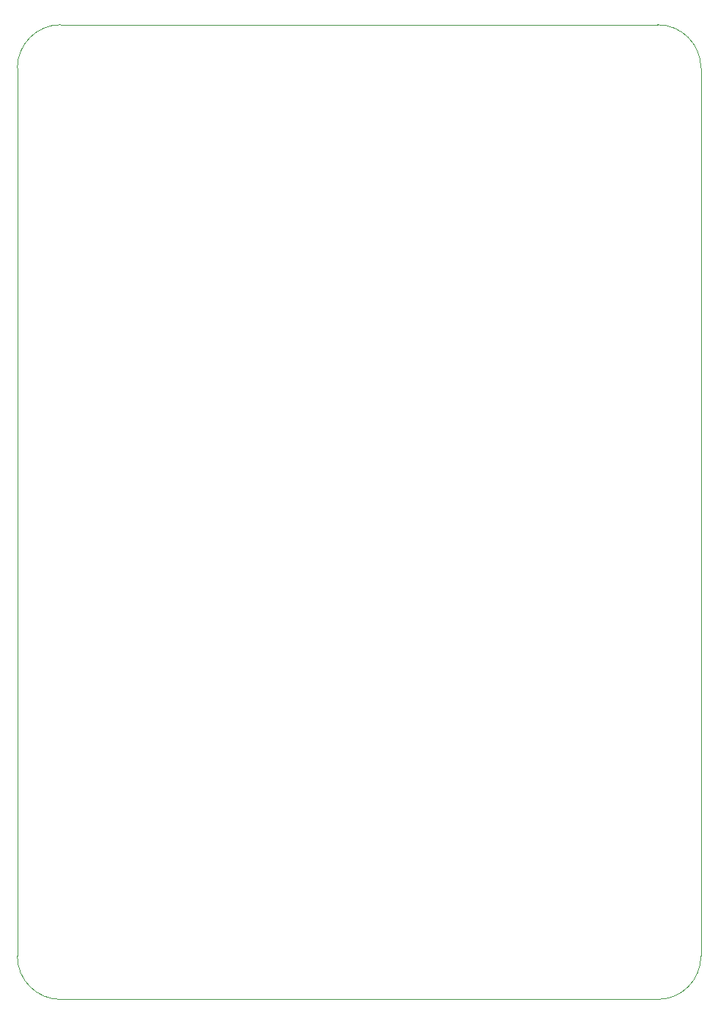
<source format=gbr>
%TF.GenerationSoftware,KiCad,Pcbnew,(5.1.10)-1*%
%TF.CreationDate,2022-01-12T10:37:10-08:00*%
%TF.ProjectId,gbaHD-AIO-Shield,67626148-442d-4414-994f-2d536869656c,rev?*%
%TF.SameCoordinates,Original*%
%TF.FileFunction,Profile,NP*%
%FSLAX46Y46*%
G04 Gerber Fmt 4.6, Leading zero omitted, Abs format (unit mm)*
G04 Created by KiCad (PCBNEW (5.1.10)-1) date 2022-01-12 10:37:10*
%MOMM*%
%LPD*%
G01*
G04 APERTURE LIST*
%TA.AperFunction,Profile*%
%ADD10C,0.050000*%
%TD*%
G04 APERTURE END LIST*
D10*
X-17450000Y-90048810D02*
G75*
G02*
X-12450000Y-85048810I5000000J0D01*
G01*
X56550000Y-85048810D02*
G75*
G02*
X61550000Y-90048810I0J-5000000D01*
G01*
X-12450000Y-197548810D02*
G75*
G02*
X-17450000Y-192548810I0J5000000D01*
G01*
X61550000Y-192548810D02*
G75*
G02*
X56550000Y-197548810I-5000000J0D01*
G01*
X-17450000Y-90048810D02*
X-17450000Y-192548810D01*
X56550000Y-85048810D02*
X-12450000Y-85048810D01*
X61550000Y-192548810D02*
X61550000Y-90048810D01*
X-12450000Y-197548810D02*
X56550000Y-197548810D01*
M02*

</source>
